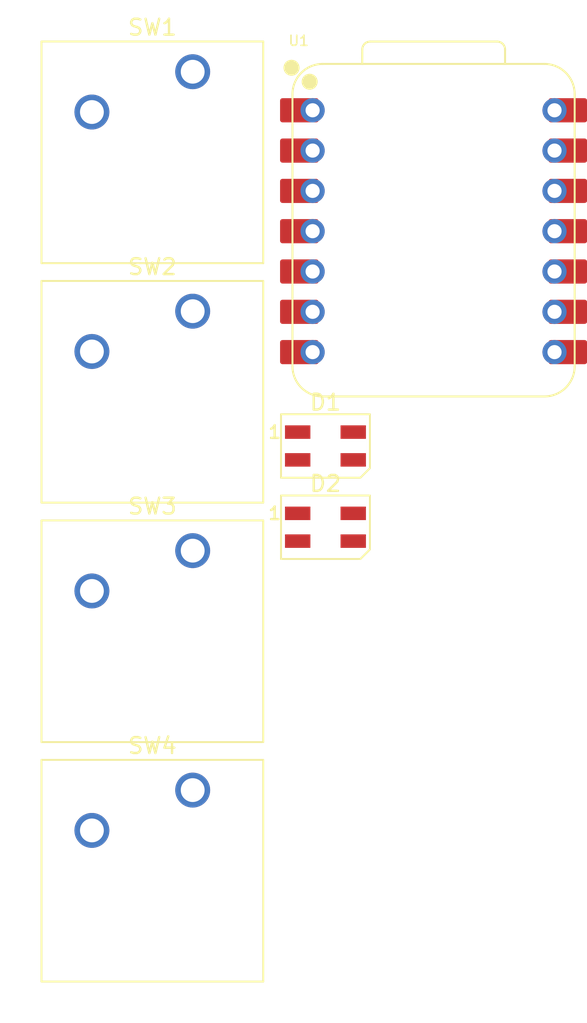
<source format=kicad_pcb>
(kicad_pcb (version 20241229) (generator "pcbnew") (generator_version "9.0")
  (layers (0 "F.Cu" signal) (2 "B.Cu" signal) (13 "F.Paste" user) (15 "B.Paste" user) (5 "F.SilkS" user "F.Silkscreen") (7 "B.SilkS" user "B.Silkscreen") (1 "F.Mask" user) (3 "B.Mask" user) (25 "Edge.Cuts" user))
  (net 0 "")
  (net 1 "GND")
  (net 2 "Net-(D1-DOUT)")
  (net 3 "Net-(D1-DIN)")
  (net 5 "Net-(U1-GPIO1{slash}RX)")
  (net 6 "Net-(U1-GPIO2{slash}SCK)")
  (net 7 "Net-(U1-GPIO4{slash}MISO)")
  (net 8 "Net-(U1-GPIO3{slash}MOSI)")
  (net 10 "+5V")
  (footprint "LED_SMD:LED_SK6812MINI_PLCC4_3.5x3.5mm_P1.75mm" (layer "F.Cu") (at 122.234 90.0355)
    (property "Reference" "D2" (at 0 -2.75 0) (layer "F.SilkS"))
    (property "Value" "SK6812MINI")
    (fp_line (start -2.8 -2) (end -2.8 2) (stroke (width 0.12)) (layer "F.SilkS"))
    (fp_line (start -2.8 -2) (end 2.8 -2) (stroke (width 0.12)) (layer "F.SilkS"))
    (fp_line (start -2.8 2) (end 2.2 2) (stroke (width 0.12)) (layer "F.SilkS"))
    (fp_line (start 2.8 1.4) (end 2.2 2) (stroke (width 0.12)) (layer "F.SilkS"))
    (fp_line (start 2.8 1.4) (end 2.8 -2) (stroke (width 0.12)) (layer "F.SilkS"))
    (fp_text user "1" (at -3.2 -0.875 0) (layer "F.SilkS") (effects (font (size 0.8 0.8))))
    (pad "1" smd rect (at -1.75 -0.875) (size 1.6 0.85) (layers "F.Cu" "F.Mask" "F.Paste"))
    (pad "2" smd rect (at -1.75 0.875) (size 1.6 0.85) (layers "F.Cu" "F.Mask" "F.Paste") (net 1 "GND"))
    (pad "3" smd rect (at 1.75 0.875) (size 1.6 0.85) (layers "F.Cu" "F.Mask" "F.Paste") (net 2 "Net-(D1-DOUT)"))
    (pad "4" smd rect (at 1.75 -0.875) (size 1.6 0.85) (layers "F.Cu" "F.Mask" "F.Paste") (net 1 "GND"))
  )
  (footprint "hackpad:XIAO-RP2040-DIP" (layer "F.Cu") (at 129.045 71.38)
    (property "Reference" "U1" (at -8.5 -12 0) (layer "F.SilkS") (effects (font (size 0.635 0.635) (thickness 0.1016))))
    (property "Value" "XIAO-RP2040-DIP")
    (fp_line (start -8.89 8.509) (end -8.89 -8.636) (stroke (width 0.127)) (layer "F.SilkS"))
    (fp_line (start -6.985 10.414) (end 6.985 10.414) (stroke (width 0.127)) (layer "F.SilkS"))
    (fp_line (start -4.495 -10.541) (end -4.491272 -11.451272) (stroke (width 0.127)) (layer "F.SilkS"))
    (fp_line (start -3.991272 -11.951) (end 4.004 -11.951) (stroke (width 0.127)) (layer "F.SilkS"))
    (fp_line (start 4.504 -11.451) (end 4.504 -10.541) (stroke (width 0.127)) (layer "F.SilkS"))
    (fp_line (start 6.985 -10.541) (end -6.985 -10.541) (stroke (width 0.1)) (layer "F.SilkS"))
    (fp_line (start 6.985 -10.541) (end -6.985 -10.541) (stroke (width 0.127)) (layer "F.SilkS"))
    (fp_line (start 8.89 8.509) (end 8.89 -8.636) (stroke (width 0.127)) (layer "F.SilkS"))
    (fp_arc (start -8.89 -8.636) (mid -8.332038 -9.983038) (end -6.985 -10.541) (stroke (width 0.127)) (layer "F.SilkS"))
    (fp_arc (start -6.985 10.414) (mid -8.332038 9.856038) (end -8.89 8.509) (stroke (width 0.127)) (layer "F.SilkS"))
    (fp_arc (start -4.491272 -11.451272) (mid -4.344728 -11.80464) (end -3.991272 -11.951) (stroke (width 0.127)) (layer "F.SilkS"))
    (fp_arc (start 4.004 -11.951) (mid 4.357553 -11.804553) (end 4.504 -11.451) (stroke (width 0.127)) (layer "F.SilkS"))
    (fp_arc (start 6.985 -10.541) (mid 8.332038 -9.983038) (end 8.89 -8.636) (stroke (width 0.127)) (layer "F.SilkS"))
    (fp_arc (start 8.89 8.509) (mid 8.332038 9.856038) (end 6.985 10.414) (stroke (width 0.127)) (layer "F.SilkS"))
    (fp_circle (center -8.95 -10.3) (end -8.95 -10.554) (stroke (width 0.5)) (fill yes) (layer "F.SilkS"))
    (fp_circle (center -7.807 -9.42) (end -7.807 -9.674) (stroke (width 0.5)) (fill yes) (layer "F.SilkS"))
    (pad "1" smd roundrect (at -8.455 -7.62 180) (size 2.432 1.524) (layers "F.Cu" "F.Mask") (roundrect_rratio 0.1))
    (pad "1" thru_hole circle (at -7.62 -7.62 180) (size 1.524 1.524) (drill 0.889) (layers "*.Cu" "*.Mask"))
    (pad "2" smd roundrect (at -8.455 -5.08 180) (size 2.432 1.524) (layers "F.Cu" "F.Mask") (roundrect_rratio 0.1))
    (pad "2" thru_hole circle (at -7.62 -5.08 180) (size 1.524 1.524) (drill 0.889) (layers "*.Cu" "*.Mask"))
    (pad "3" smd roundrect (at -8.455 -2.54 180) (size 2.432 1.524) (layers "F.Cu" "F.Mask") (roundrect_rratio 0.1))
    (pad "3" thru_hole circle (at -7.62 -2.54 180) (size 1.524 1.524) (drill 0.889) (layers "*.Cu" "*.Mask"))
    (pad "4" smd roundrect (at -8.455 0 180) (size 2.432 1.524) (layers "F.Cu" "F.Mask") (roundrect_rratio 0.1))
    (pad "4" thru_hole circle (at -7.62 0 180) (size 1.524 1.524) (drill 0.889) (layers "*.Cu" "*.Mask"))
    (pad "5" smd roundrect (at -8.455 2.54 180) (size 2.432 1.524) (layers "F.Cu" "F.Mask") (roundrect_rratio 0.1) (net 3 "Net-(D1-DIN)"))
    (pad "5" thru_hole circle (at -7.62 2.54 180) (size 1.524 1.524) (drill 0.889) (layers "*.Cu" "*.Mask") (net 3 "Net-(D1-DIN)"))
    (pad "6" smd roundrect (at -8.455 5.08 180) (size 2.432 1.524) (layers "F.Cu" "F.Mask") (roundrect_rratio 0.1))
    (pad "6" thru_hole circle (at -7.62 5.08 180) (size 1.524 1.524) (drill 0.889) (layers "*.Cu" "*.Mask"))
    (pad "7" smd roundrect (at -8.455 7.62 180) (size 2.432 1.524) (layers "F.Cu" "F.Mask") (roundrect_rratio 0.1))
    (pad "7" thru_hole circle (at -7.62 7.62 180) (size 1.524 1.524) (drill 0.889) (layers "*.Cu" "*.Mask"))
    (pad "8" thru_hole circle (at 7.62 7.62) (size 1.524 1.524) (drill 0.889) (layers "*.Cu" "*.Mask") (net 5 "Net-(U1-GPIO1{slash}RX)"))
    (pad "8" smd roundrect (at 8.455 7.62) (size 2.432 1.524) (layers "F.Cu" "F.Mask") (roundrect_rratio 0.1) (net 5 "Net-(U1-GPIO1{slash}RX)"))
    (pad "9" thru_hole circle (at 7.62 5.08) (size 1.524 1.524) (drill 0.889) (layers "*.Cu" "*.Mask") (net 6 "Net-(U1-GPIO2{slash}SCK)"))
    (pad "9" smd roundrect (at 8.455 5.08) (size 2.432 1.524) (layers "F.Cu" "F.Mask") (roundrect_rratio 0.1) (net 6 "Net-(U1-GPIO2{slash}SCK)"))
    (pad "10" thru_hole circle (at 7.62 2.54) (size 1.524 1.524) (drill 0.889) (layers "*.Cu" "*.Mask") (net 7 "Net-(U1-GPIO4{slash}MISO)"))
    (pad "10" smd roundrect (at 8.455 2.54) (size 2.432 1.524) (layers "F.Cu" "F.Mask") (roundrect_rratio 0.1) (net 7 "Net-(U1-GPIO4{slash}MISO)"))
    (pad "11" thru_hole circle (at 7.62 0) (size 1.524 1.524) (drill 0.889) (layers "*.Cu" "*.Mask") (net 8 "Net-(U1-GPIO3{slash}MOSI)"))
    (pad "11" smd roundrect (at 8.455 0) (size 2.432 1.524) (layers "F.Cu" "F.Mask") (roundrect_rratio 0.1) (net 8 "Net-(U1-GPIO3{slash}MOSI)"))
    (pad "12" thru_hole circle (at 7.62 -2.54) (size 1.524 1.524) (drill 0.889) (layers "*.Cu" "*.Mask"))
    (pad "12" smd roundrect (at 8.455 -2.54) (size 2.432 1.524) (layers "F.Cu" "F.Mask") (roundrect_rratio 0.1))
    (pad "13" thru_hole circle (at 7.62 -5.08) (size 1.524 1.524) (drill 0.889) (layers "*.Cu" "*.Mask") (net 1 "GND"))
    (pad "13" smd roundrect (at 8.455 -5.08) (size 2.432 1.524) (layers "F.Cu" "F.Mask") (roundrect_rratio 0.1) (net 1 "GND"))
    (pad "14" thru_hole circle (at 7.62 -7.62) (size 1.524 1.524) (drill 0.889) (layers "*.Cu" "*.Mask") (net 10 "+5V"))
    (pad "14" smd roundrect (at 8.455 -7.62) (size 2.432 1.524) (layers "F.Cu" "F.Mask") (roundrect_rratio 0.1) (net 10 "+5V"))
  )
  (footprint "Button_Switch_Keyboard:SW_Cherry_MX_1.00u_PCB" (layer "F.Cu") (at 113.869 91.5105)
    (property "Reference" "SW3" (at -2.54 -2.794 0) (layer "F.SilkS"))
    (property "Value" "SW_Push")
    (fp_line (start -9.525 -1.905) (end 4.445 -1.905) (stroke (width 0.12)) (layer "F.SilkS"))
    (fp_line (start -9.525 12.065) (end -9.525 -1.905) (stroke (width 0.12)) (layer "F.SilkS"))
    (fp_line (start 4.445 -1.905) (end 4.445 12.065) (stroke (width 0.12)) (layer "F.SilkS"))
    (fp_line (start 4.445 12.065) (end -9.525 12.065) (stroke (width 0.12)) (layer "F.SilkS"))
    (pad "" np_thru_hole circle (at -7.62 5.08) (size 1.7 1.7) (drill 1.7) (layers "*.Cu" "*.Mask"))
    (pad "" np_thru_hole circle (at -2.54 5.08) (size 4 4) (drill 4) (layers "*.Cu" "*.Mask"))
    (pad "" np_thru_hole circle (at 2.54 5.08) (size 1.7 1.7) (drill 1.7) (layers "*.Cu" "*.Mask"))
    (pad "1" thru_hole circle (at 0 0) (size 2.2 2.2) (drill 1.5) (layers "*.Cu" "*.Mask") (net 1 "GND"))
    (pad "2" thru_hole circle (at -6.35 2.54) (size 2.2 2.2) (drill 1.5) (layers "*.Cu" "*.Mask") (net 7 "Net-(U1-GPIO4{slash}MISO)"))
  )
  (footprint "Button_Switch_Keyboard:SW_Cherry_MX_1.00u_PCB" (layer "F.Cu") (at 113.869 76.4205)
    (property "Reference" "SW2" (at -2.54 -2.794 0) (layer "F.SilkS"))
    (property "Value" "SW_Push")
    (fp_line (start -9.525 -1.905) (end 4.445 -1.905) (stroke (width 0.12)) (layer "F.SilkS"))
    (fp_line (start -9.525 12.065) (end -9.525 -1.905) (stroke (width 0.12)) (layer "F.SilkS"))
    (fp_line (start 4.445 -1.905) (end 4.445 12.065) (stroke (width 0.12)) (layer "F.SilkS"))
    (fp_line (start 4.445 12.065) (end -9.525 12.065) (stroke (width 0.12)) (layer "F.SilkS"))
    (pad "" np_thru_hole circle (at -7.62 5.08) (size 1.7 1.7) (drill 1.7) (layers "*.Cu" "*.Mask"))
    (pad "" np_thru_hole circle (at -2.54 5.08) (size 4 4) (drill 4) (layers "*.Cu" "*.Mask"))
    (pad "" np_thru_hole circle (at 2.54 5.08) (size 1.7 1.7) (drill 1.7) (layers "*.Cu" "*.Mask"))
    (pad "1" thru_hole circle (at 0 0) (size 2.2 2.2) (drill 1.5) (layers "*.Cu" "*.Mask") (net 1 "GND"))
    (pad "2" thru_hole circle (at -6.35 2.54) (size 2.2 2.2) (drill 1.5) (layers "*.Cu" "*.Mask") (net 6 "Net-(U1-GPIO2{slash}SCK)"))
  )
  (footprint "LED_SMD:LED_SK6812MINI_PLCC4_3.5x3.5mm_P1.75mm" (layer "F.Cu") (at 122.234 84.9155)
    (property "Reference" "D1" (at 0 -2.75 0) (layer "F.SilkS"))
    (property "Value" "SK6812MINI")
    (fp_line (start -2.8 -2) (end -2.8 2) (stroke (width 0.12)) (layer "F.SilkS"))
    (fp_line (start -2.8 -2) (end 2.8 -2) (stroke (width 0.12)) (layer "F.SilkS"))
    (fp_line (start -2.8 2) (end 2.2 2) (stroke (width 0.12)) (layer "F.SilkS"))
    (fp_line (start 2.8 1.4) (end 2.2 2) (stroke (width 0.12)) (layer "F.SilkS"))
    (fp_line (start 2.8 1.4) (end 2.8 -2) (stroke (width 0.12)) (layer "F.SilkS"))
    (fp_text user "1" (at -3.2 -0.875 0) (layer "F.SilkS") (effects (font (size 0.8 0.8))))
    (pad "1" smd rect (at -1.75 -0.875) (size 1.6 0.85) (layers "F.Cu" "F.Mask" "F.Paste") (net 2 "Net-(D1-DOUT)"))
    (pad "2" smd rect (at -1.75 0.875) (size 1.6 0.85) (layers "F.Cu" "F.Mask" "F.Paste") (net 1 "GND"))
    (pad "3" smd rect (at 1.75 0.875) (size 1.6 0.85) (layers "F.Cu" "F.Mask" "F.Paste") (net 3 "Net-(D1-DIN)"))
    (pad "4" smd rect (at 1.75 -0.875) (size 1.6 0.85) (layers "F.Cu" "F.Mask" "F.Paste") (net 1 "GND"))
  )
  (footprint "Button_Switch_Keyboard:SW_Cherry_MX_1.00u_PCB" (layer "F.Cu") (at 113.869 61.3305)
    (property "Reference" "SW1" (at -2.54 -2.794 0) (layer "F.SilkS"))
    (property "Value" "SW_Push")
    (fp_line (start -9.525 -1.905) (end 4.445 -1.905) (stroke (width 0.12)) (layer "F.SilkS"))
    (fp_line (start -9.525 12.065) (end -9.525 -1.905) (stroke (width 0.12)) (layer "F.SilkS"))
    (fp_line (start 4.445 -1.905) (end 4.445 12.065) (stroke (width 0.12)) (layer "F.SilkS"))
    (fp_line (start 4.445 12.065) (end -9.525 12.065) (stroke (width 0.12)) (layer "F.SilkS"))
    (pad "" np_thru_hole circle (at -7.62 5.08) (size 1.7 1.7) (drill 1.7) (layers "*.Cu" "*.Mask"))
    (pad "" np_thru_hole circle (at -2.54 5.08) (size 4 4) (drill 4) (layers "*.Cu" "*.Mask"))
    (pad "" np_thru_hole circle (at 2.54 5.08) (size 1.7 1.7) (drill 1.7) (layers "*.Cu" "*.Mask"))
    (pad "1" thru_hole circle (at 0 0) (size 2.2 2.2) (drill 1.5) (layers "*.Cu" "*.Mask") (net 1 "GND"))
    (pad "2" thru_hole circle (at -6.35 2.54) (size 2.2 2.2) (drill 1.5) (layers "*.Cu" "*.Mask") (net 5 "Net-(U1-GPIO1{slash}RX)"))
  )
  (footprint "Button_Switch_Keyboard:SW_Cherry_MX_1.00u_PCB" (layer "F.Cu") (at 113.869 106.6005)
    (property "Reference" "SW4" (at -2.54 -2.794 0) (layer "F.SilkS"))
    (property "Value" "SW_Push")
    (fp_line (start -9.525 -1.905) (end 4.445 -1.905) (stroke (width 0.12)) (layer "F.SilkS"))
    (fp_line (start -9.525 12.065) (end -9.525 -1.905) (stroke (width 0.12)) (layer "F.SilkS"))
    (fp_line (start 4.445 -1.905) (end 4.445 12.065) (stroke (width 0.12)) (layer "F.SilkS"))
    (fp_line (start 4.445 12.065) (end -9.525 12.065) (stroke (width 0.12)) (layer "F.SilkS"))
    (pad "" np_thru_hole circle (at -7.62 5.08) (size 1.7 1.7) (drill 1.7) (layers "*.Cu" "*.Mask"))
    (pad "" np_thru_hole circle (at -2.54 5.08) (size 4 4) (drill 4) (layers "*.Cu" "*.Mask"))
    (pad "" np_thru_hole circle (at 2.54 5.08) (size 1.7 1.7) (drill 1.7) (layers "*.Cu" "*.Mask"))
    (pad "1" thru_hole circle (at 0 0) (size 2.2 2.2) (drill 1.5) (layers "*.Cu" "*.Mask") (net 1 "GND"))
    (pad "2" thru_hole circle (at -6.35 2.54) (size 2.2 2.2) (drill 1.5) (layers "*.Cu" "*.Mask") (net 8 "Net-(U1-GPIO3{slash}MOSI)"))
  )
)
</source>
